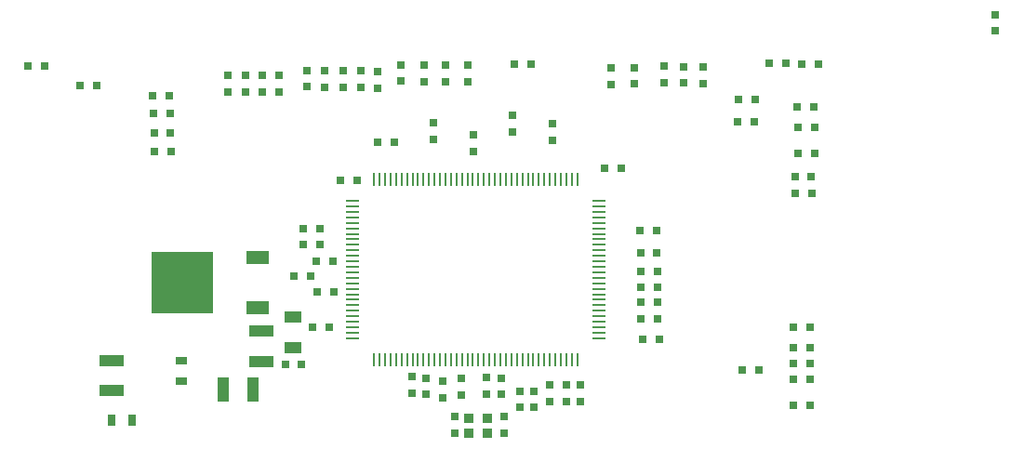
<source format=gtp>
G04 #@! TF.FileFunction,Paste,Top*
%FSLAX46Y46*%
G04 Gerber Fmt 4.6, Leading zero omitted, Abs format (unit mm)*
G04 Created by KiCad (PCBNEW 4.0.6-e0-6349~53~ubuntu16.04.1) date Wed Aug 23 21:58:44 2017*
%MOMM*%
%LPD*%
G01*
G04 APERTURE LIST*
%ADD10C,0.150000*%
%ADD11R,1.117600X0.711200*%
%ADD12R,0.960000X0.880000*%
%ADD13R,0.711200X1.117600*%
%ADD14R,0.224000X1.200000*%
%ADD15R,1.200000X0.224000*%
%ADD16R,1.600000X1.000000*%
%ADD17R,2.000000X1.200000*%
%ADD18R,5.600000X5.600000*%
%ADD19R,0.719328X0.800608*%
%ADD20R,0.720000X0.800000*%
%ADD21R,0.800608X0.719328*%
%ADD22R,0.800000X0.720000*%
%ADD23R,2.160000X1.080000*%
%ADD24R,1.080000X2.160000*%
G04 APERTURE END LIST*
D10*
D11*
X108750000Y-100797500D03*
X108750000Y-102702500D03*
D12*
X134890000Y-107430000D03*
X136590000Y-107430000D03*
X134890000Y-106030000D03*
X136590000Y-106030000D03*
D13*
X104252500Y-106250000D03*
X102347500Y-106250000D03*
D14*
X144750000Y-84300000D03*
X144250000Y-84300000D03*
X143750000Y-84300000D03*
X143250000Y-84300000D03*
X142750000Y-84300000D03*
X142250000Y-84300000D03*
X141750000Y-84300000D03*
X141250000Y-84300000D03*
X140750000Y-84300000D03*
X140250000Y-84300000D03*
X139750000Y-84300000D03*
X139250000Y-84300000D03*
X138750000Y-84300000D03*
X138250000Y-84300000D03*
X137750000Y-84300000D03*
X137250000Y-84300000D03*
X136750000Y-84300000D03*
X136250000Y-84300000D03*
X135750000Y-84300000D03*
X135250000Y-84300000D03*
X134750000Y-84300000D03*
X134250000Y-84300000D03*
X133750000Y-84300000D03*
X133250000Y-84300000D03*
X132750000Y-84300000D03*
X132250000Y-84300000D03*
X131750000Y-84300000D03*
X131250000Y-84300000D03*
X130750000Y-84300000D03*
X130250000Y-84300000D03*
X129750000Y-84300000D03*
X129250000Y-84300000D03*
X128750000Y-84300000D03*
X128250000Y-84300000D03*
X127750000Y-84300000D03*
X127250000Y-84300000D03*
X126750000Y-84300000D03*
X126250000Y-84300000D03*
D15*
X124300000Y-86250000D03*
X124300000Y-86750000D03*
X124300000Y-87250000D03*
X124300000Y-87750000D03*
X124300000Y-88250000D03*
X124300000Y-88750000D03*
X124300000Y-89250000D03*
X124300000Y-89750000D03*
X124300000Y-90250000D03*
X124300000Y-90750000D03*
X124300000Y-91250000D03*
X124300000Y-91750000D03*
X124300000Y-92250000D03*
X124300000Y-92750000D03*
X124300000Y-93250000D03*
X124300000Y-93750000D03*
X124300000Y-94250000D03*
X124300000Y-94750000D03*
X124300000Y-95250000D03*
X124300000Y-95750000D03*
X124300000Y-96250000D03*
X124300000Y-96750000D03*
X124300000Y-97250000D03*
X124300000Y-97750000D03*
X124300000Y-98250000D03*
X124300000Y-98750000D03*
D14*
X126250000Y-100700000D03*
X126750000Y-100700000D03*
X127250000Y-100700000D03*
X127750000Y-100700000D03*
X128250000Y-100700000D03*
X128750000Y-100700000D03*
X129250000Y-100700000D03*
X129750000Y-100700000D03*
X130250000Y-100700000D03*
X130750000Y-100700000D03*
X131250000Y-100700000D03*
X131750000Y-100700000D03*
X132250000Y-100700000D03*
X132750000Y-100700000D03*
X133250000Y-100700000D03*
X133750000Y-100700000D03*
X134250000Y-100700000D03*
X134750000Y-100700000D03*
X135250000Y-100700000D03*
X135750000Y-100700000D03*
X136250000Y-100700000D03*
X136750000Y-100700000D03*
X137250000Y-100700000D03*
X137750000Y-100700000D03*
X138250000Y-100700000D03*
X138750000Y-100700000D03*
X139250000Y-100700000D03*
X139750000Y-100700000D03*
X140250000Y-100700000D03*
X140750000Y-100700000D03*
X141250000Y-100700000D03*
X141750000Y-100700000D03*
X142250000Y-100700000D03*
X142750000Y-100700000D03*
X143250000Y-100700000D03*
X143750000Y-100700000D03*
X144250000Y-100700000D03*
X144750000Y-100700000D03*
D15*
X146700000Y-98750000D03*
X146700000Y-98250000D03*
X146700000Y-97750000D03*
X146700000Y-97250000D03*
X146700000Y-96750000D03*
X146700000Y-96250000D03*
X146700000Y-95750000D03*
X146700000Y-95250000D03*
X146700000Y-94750000D03*
X146700000Y-94250000D03*
X146700000Y-93750000D03*
X146700000Y-93250000D03*
X146700000Y-92750000D03*
X146700000Y-92250000D03*
X146700000Y-91750000D03*
X146700000Y-91250000D03*
X146700000Y-90750000D03*
X146700000Y-90250000D03*
X146700000Y-89750000D03*
X146700000Y-89250000D03*
X146700000Y-88750000D03*
X146700000Y-88250000D03*
X146700000Y-87750000D03*
X146700000Y-87250000D03*
X146700000Y-86750000D03*
X146700000Y-86250000D03*
D16*
X118900000Y-96825000D03*
X118900000Y-99575000D03*
D17*
X115650000Y-96000000D03*
X115650000Y-91400000D03*
D18*
X108800000Y-93700000D03*
D19*
X100971840Y-75710000D03*
D20*
X99468160Y-75710000D03*
D19*
X96281840Y-73970000D03*
D20*
X94778160Y-73970000D03*
D21*
X126610000Y-75961840D03*
D22*
X126610000Y-74458160D03*
D19*
X140511840Y-73760000D03*
D20*
X139008160Y-73760000D03*
D21*
X156240000Y-74048160D03*
D22*
X156240000Y-75551840D03*
D19*
X164448160Y-101050000D03*
D20*
X165951840Y-101050000D03*
D21*
X133590000Y-105898160D03*
D22*
X133590000Y-107401840D03*
D21*
X138060000Y-105898160D03*
D22*
X138060000Y-107401840D03*
D19*
X151951840Y-88950000D03*
D20*
X150448160Y-88950000D03*
D21*
X182790000Y-70781840D03*
D22*
X182790000Y-69278160D03*
D19*
X119808160Y-88780000D03*
D20*
X121311840Y-88780000D03*
D19*
X152001840Y-90975000D03*
D20*
X150498160Y-90975000D03*
D19*
X123168160Y-84340000D03*
D20*
X124671840Y-84340000D03*
D19*
X152051840Y-92700000D03*
D20*
X150548160Y-92700000D03*
D19*
X152051840Y-97000000D03*
D20*
X150548160Y-97000000D03*
D21*
X131620000Y-79158160D03*
D22*
X131620000Y-80661840D03*
D21*
X142250000Y-104521840D03*
D22*
X142250000Y-103018160D03*
D21*
X135290000Y-80228160D03*
D22*
X135290000Y-81731840D03*
D21*
X137820000Y-103881840D03*
D22*
X137820000Y-102378160D03*
D21*
X138870000Y-78478160D03*
D22*
X138870000Y-79981840D03*
D21*
X134230000Y-103891840D03*
D22*
X134230000Y-102388160D03*
D21*
X142475000Y-79223160D03*
D22*
X142475000Y-80726840D03*
D21*
X129680000Y-103731840D03*
D22*
X129680000Y-102228160D03*
D19*
X148751840Y-83300000D03*
D20*
X147248160Y-83300000D03*
D19*
X118988160Y-93070000D03*
D20*
X120491840Y-93070000D03*
D19*
X164823160Y-81900000D03*
D20*
X166326840Y-81900000D03*
D19*
X120688160Y-97780000D03*
D20*
X122191840Y-97780000D03*
D19*
X126578160Y-80900000D03*
D20*
X128081840Y-80900000D03*
D19*
X122561840Y-94510000D03*
X121058160Y-94510000D03*
X121311840Y-90210000D03*
X119808160Y-90210000D03*
X150548160Y-94100000D03*
X152051840Y-94100000D03*
X106108160Y-76710000D03*
X107611840Y-76710000D03*
X107671840Y-78310000D03*
X106168160Y-78310000D03*
X106278160Y-81790000D03*
X107781840Y-81790000D03*
X107731840Y-80060000D03*
X106228160Y-80060000D03*
D21*
X117630000Y-74848160D03*
X117630000Y-76351840D03*
X116070000Y-76331840D03*
X116070000Y-74828160D03*
X112900000Y-74828160D03*
X112900000Y-76331840D03*
X114510000Y-76341840D03*
X114510000Y-74838160D03*
X125010000Y-74398160D03*
X125010000Y-75901840D03*
X123410000Y-75901840D03*
X123410000Y-74398160D03*
X120180000Y-74348160D03*
X120180000Y-75851840D03*
X121750000Y-75871840D03*
X121750000Y-74368160D03*
X134760000Y-73888160D03*
X134760000Y-75391840D03*
X132760000Y-75371840D03*
X132760000Y-73868160D03*
X128670000Y-73848160D03*
X128670000Y-75351840D03*
X130770000Y-75371840D03*
X130770000Y-73868160D03*
X154440000Y-74018160D03*
X154440000Y-75521840D03*
X152610000Y-75471840D03*
X152610000Y-73968160D03*
X147830000Y-74128160D03*
X147830000Y-75631840D03*
X149900000Y-75611840D03*
X149900000Y-74108160D03*
D19*
X159348160Y-79050000D03*
X160851840Y-79050000D03*
X160926840Y-76975000D03*
X159423160Y-76975000D03*
X152201840Y-98825000D03*
X150698160Y-98825000D03*
X162198160Y-73750000D03*
X163701840Y-73750000D03*
D21*
X143750000Y-104501840D03*
X143750000Y-102998160D03*
D19*
X166726840Y-73775000D03*
X165223160Y-73775000D03*
D21*
X140830000Y-105071840D03*
X140830000Y-103568160D03*
X145000000Y-104501840D03*
X145000000Y-102998160D03*
X139490000Y-105071840D03*
X139490000Y-103568160D03*
D19*
X120998160Y-91750000D03*
X122501840Y-91750000D03*
D21*
X136450000Y-103821840D03*
X136450000Y-102318160D03*
X132540000Y-104181840D03*
X132540000Y-102678160D03*
X130980000Y-103871840D03*
X130980000Y-102368160D03*
D19*
X164598160Y-85600000D03*
X166101840Y-85600000D03*
X166051840Y-84000000D03*
X164548160Y-84000000D03*
X164798160Y-77650000D03*
X166301840Y-77650000D03*
X166376840Y-79525000D03*
X164873160Y-79525000D03*
X164448160Y-104840000D03*
X165951840Y-104840000D03*
X165951840Y-102500000D03*
X164448160Y-102500000D03*
X164398160Y-97725000D03*
X165901840Y-97725000D03*
X165951840Y-99650000D03*
X164448160Y-99650000D03*
X118158160Y-101130000D03*
X119661840Y-101130000D03*
X152051840Y-95500000D03*
X150548160Y-95500000D03*
X161251840Y-101650000D03*
X159748160Y-101650000D03*
D23*
X102350000Y-100775000D03*
X102350000Y-103525000D03*
D24*
X112485000Y-103460000D03*
X115235000Y-103460000D03*
D23*
X116000000Y-98125000D03*
X116000000Y-100875000D03*
M02*

</source>
